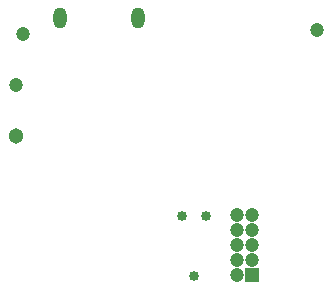
<source format=gbs>
G04*
G04 #@! TF.GenerationSoftware,Altium Limited,Altium Designer,18.1.6 (161)*
G04*
G04 Layer_Color=16711935*
%FSLAX44Y44*%
%MOMM*%
G71*
G01*
G75*
%ADD62C,0.8500*%
%ADD63C,1.3032*%
%ADD64C,1.2032*%
%ADD65O,1.1032X1.8032*%
%ADD66R,1.2032X1.2032*%
D62*
X170310Y69790D02*
D03*
X160150Y120590D02*
D03*
X180470D02*
D03*
D63*
X19050Y188670D02*
D03*
D64*
Y231170D02*
D03*
X206250Y121400D02*
D03*
X218950D02*
D03*
X206250Y108700D02*
D03*
X218950D02*
D03*
X206250Y96000D02*
D03*
X218950D02*
D03*
X206250Y83300D02*
D03*
X218950D02*
D03*
X206250Y70600D02*
D03*
X274320Y278130D02*
D03*
X25000Y275000D02*
D03*
D65*
X57000Y288500D02*
D03*
X123000D02*
D03*
D66*
X218950Y70600D02*
D03*
M02*

</source>
